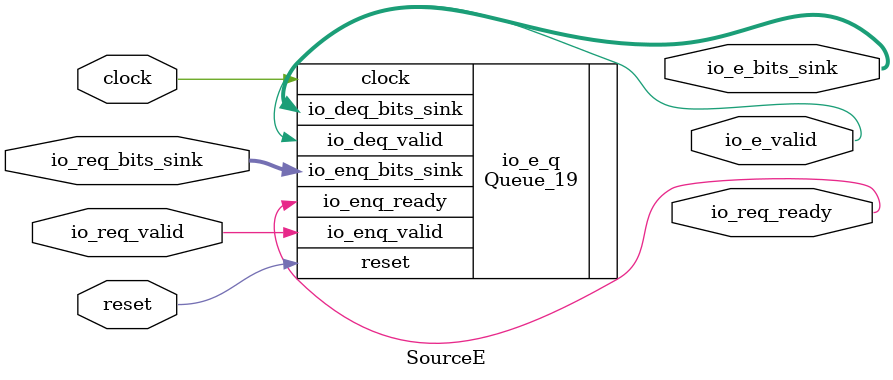
<source format=sv>
`ifndef RANDOMIZE
  `ifdef RANDOMIZE_REG_INIT
    `define RANDOMIZE
  `endif // RANDOMIZE_REG_INIT
`endif // not def RANDOMIZE
`ifndef RANDOMIZE
  `ifdef RANDOMIZE_MEM_INIT
    `define RANDOMIZE
  `endif // RANDOMIZE_MEM_INIT
`endif // not def RANDOMIZE

`ifndef RANDOM
  `define RANDOM $random
`endif // not def RANDOM

// Users can define 'PRINTF_COND' to add an extra gate to prints.
`ifndef PRINTF_COND_
  `ifdef PRINTF_COND
    `define PRINTF_COND_ (`PRINTF_COND)
  `else  // PRINTF_COND
    `define PRINTF_COND_ 1
  `endif // PRINTF_COND
`endif // not def PRINTF_COND_

// Users can define 'ASSERT_VERBOSE_COND' to add an extra gate to assert error printing.
`ifndef ASSERT_VERBOSE_COND_
  `ifdef ASSERT_VERBOSE_COND
    `define ASSERT_VERBOSE_COND_ (`ASSERT_VERBOSE_COND)
  `else  // ASSERT_VERBOSE_COND
    `define ASSERT_VERBOSE_COND_ 1
  `endif // ASSERT_VERBOSE_COND
`endif // not def ASSERT_VERBOSE_COND_

// Users can define 'STOP_COND' to add an extra gate to stop conditions.
`ifndef STOP_COND_
  `ifdef STOP_COND
    `define STOP_COND_ (`STOP_COND)
  `else  // STOP_COND
    `define STOP_COND_ 1
  `endif // STOP_COND
`endif // not def STOP_COND_

// Users can define INIT_RANDOM as general code that gets injected into the
// initializer block for modules with registers.
`ifndef INIT_RANDOM
  `define INIT_RANDOM
`endif // not def INIT_RANDOM

// If using random initialization, you can also define RANDOMIZE_DELAY to
// customize the delay used, otherwise 0.002 is used.
`ifndef RANDOMIZE_DELAY
  `define RANDOMIZE_DELAY 0.002
`endif // not def RANDOMIZE_DELAY

// Define INIT_RANDOM_PROLOG_ for use in our modules below.
`ifndef INIT_RANDOM_PROLOG_
  `ifdef RANDOMIZE
    `ifdef VERILATOR
      `define INIT_RANDOM_PROLOG_ `INIT_RANDOM
    `else  // VERILATOR
      `define INIT_RANDOM_PROLOG_ `INIT_RANDOM #`RANDOMIZE_DELAY begin end
    `endif // VERILATOR
  `else  // RANDOMIZE
    `define INIT_RANDOM_PROLOG_
  `endif // RANDOMIZE
`endif // not def INIT_RANDOM_PROLOG_

module SourceE(
  input        clock,
               reset,
               io_req_valid,
  input  [2:0] io_req_bits_sink,
  output       io_req_ready,
               io_e_valid,
  output [2:0] io_e_bits_sink
);

  Queue_19 io_e_q (	// @[Decoupled.scala:375:21]
    .clock            (clock),
    .reset            (reset),
    .io_enq_valid     (io_req_valid),
    .io_enq_bits_sink (io_req_bits_sink),
    .io_enq_ready     (io_req_ready),
    .io_deq_valid     (io_e_valid),
    .io_deq_bits_sink (io_e_bits_sink)
  );
endmodule


</source>
